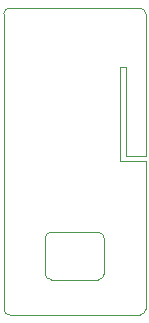
<source format=gbr>
%TF.GenerationSoftware,KiCad,Pcbnew,(5.1.6)-1*%
%TF.CreationDate,2020-07-06T16:42:28-04:00*%
%TF.ProjectId,HarwinHVv2board,48617277-696e-4485-9676-32626f617264,rev?*%
%TF.SameCoordinates,Original*%
%TF.FileFunction,Profile,NP*%
%FSLAX46Y46*%
G04 Gerber Fmt 4.6, Leading zero omitted, Abs format (unit mm)*
G04 Created by KiCad (PCBNEW (5.1.6)-1) date 2020-07-06 16:42:28*
%MOMM*%
%LPD*%
G01*
G04 APERTURE LIST*
%TA.AperFunction,Profile*%
%ADD10C,0.050000*%
%TD*%
G04 APERTURE END LIST*
D10*
X162000000Y-103000000D02*
X162000000Y-115500000D01*
X162000000Y-102500000D02*
X162000000Y-90500000D01*
X159800000Y-103000000D02*
X159800000Y-95000000D01*
X162000000Y-103000000D02*
X159800000Y-103000000D01*
X160300000Y-95000000D02*
X159800000Y-95000000D01*
X160300000Y-102500000D02*
X160300000Y-95000000D01*
X162000000Y-102500000D02*
X160300000Y-102500000D01*
X150500000Y-116000000D02*
X161500000Y-116000000D01*
X150000000Y-90500000D02*
X150000000Y-115500000D01*
X161500000Y-90000000D02*
X150500000Y-90000000D01*
X158500000Y-109500000D02*
X158500000Y-112500000D01*
X154000000Y-109000000D02*
X158000000Y-109000000D01*
X153500000Y-112500000D02*
X153500000Y-109500000D01*
X158000000Y-113000000D02*
X154000000Y-113000000D01*
X158000000Y-113000000D02*
G75*
G03*
X158500000Y-112500000I0J500000D01*
G01*
X158500000Y-109500000D02*
G75*
G03*
X158000000Y-109000000I-500000J0D01*
G01*
X154000000Y-109000000D02*
G75*
G03*
X153500000Y-109500000I0J-500000D01*
G01*
X153500000Y-112500000D02*
G75*
G03*
X154000000Y-113000000I500000J0D01*
G01*
X150500000Y-90000000D02*
G75*
G03*
X150000000Y-90500000I0J-500000D01*
G01*
X162000000Y-90500000D02*
G75*
G03*
X161500000Y-90000000I-500000J0D01*
G01*
X161500000Y-116000000D02*
G75*
G03*
X162000000Y-115500000I0J500000D01*
G01*
X150500000Y-116000000D02*
G75*
G02*
X150000000Y-115500000I0J500000D01*
G01*
M02*

</source>
